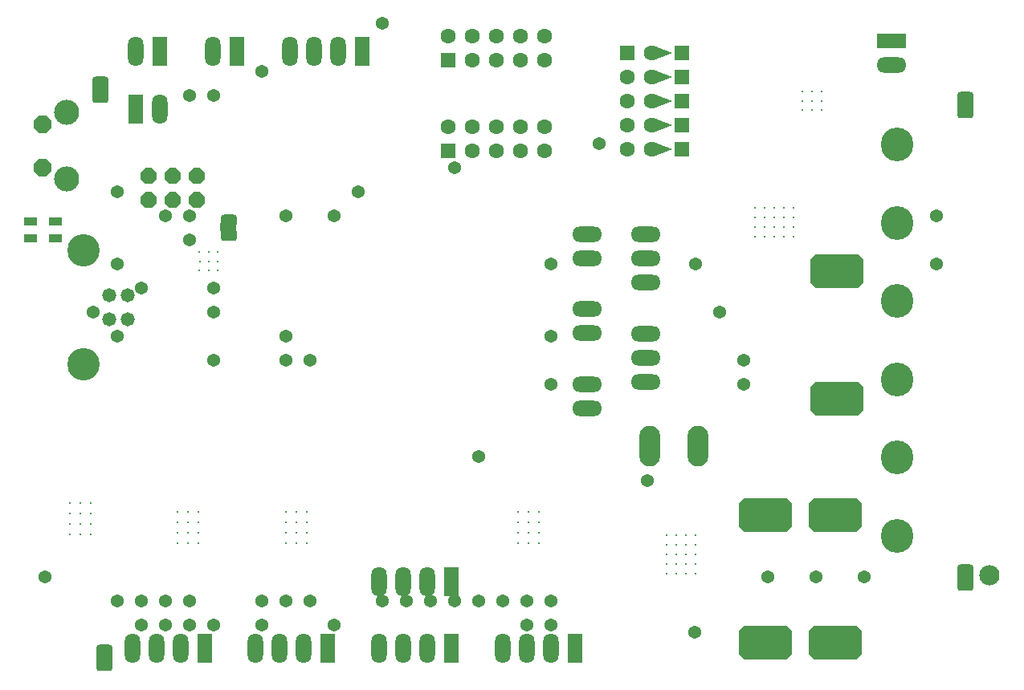
<source format=gbs>
G04 Layer_Color=16711935*
%FSLAX25Y25*%
%MOIN*%
G70*
G01*
G75*
%ADD142C,0.08400*%
%ADD243C,0.06305*%
G04:AMPARAMS|DCode=292|XSize=54mil|YSize=54mil|CornerRadius=27mil|HoleSize=0mil|Usage=FLASHONLY|Rotation=270.000|XOffset=0mil|YOffset=0mil|HoleType=Round|Shape=RoundedRectangle|*
%AMROUNDEDRECTD292*
21,1,0.05400,0.00000,0,0,270.0*
21,1,0.00000,0.05400,0,0,270.0*
1,1,0.05400,0.00000,0.00000*
1,1,0.05400,0.00000,0.00000*
1,1,0.05400,0.00000,0.00000*
1,1,0.05400,0.00000,0.00000*
%
%ADD292ROUNDEDRECTD292*%
G04:AMPARAMS|DCode=307|XSize=137mil|YSize=87mil|CornerRadius=0mil|HoleSize=0mil|Usage=FLASHONLY|Rotation=270.000|XOffset=0mil|YOffset=0mil|HoleType=Round|Shape=Octagon|*
%AMOCTAGOND307*
4,1,8,-0.02175,-0.06850,0.02175,-0.06850,0.04350,-0.04675,0.04350,0.04675,0.02175,0.06850,-0.02175,0.06850,-0.04350,0.04675,-0.04350,-0.04675,-0.02175,-0.06850,0.0*
%
%ADD307OCTAGOND307*%

%ADD308R,0.06400X0.12400*%
%ADD309O,0.06400X0.12400*%
%ADD310O,0.12400X0.06400*%
%ADD311R,0.12400X0.06400*%
%ADD312R,0.06305X0.06305*%
%ADD313C,0.06305*%
%ADD314O,0.13400X0.14000*%
%ADD315P,0.08010X8X292.5*%
%ADD316C,0.10400*%
%ADD317C,0.05800*%
%ADD318C,0.13450*%
%ADD319P,0.07144X8X22.5*%
%ADD320R,0.06305X0.06305*%
%ADD321O,0.08650X0.16900*%
%ADD323R,0.07045X0.03543*%
G04:AMPARAMS|DCode=324|XSize=54mil|YSize=54mil|CornerRadius=27mil|HoleSize=0mil|Usage=FLASHONLY|Rotation=0.000|XOffset=0mil|YOffset=0mil|HoleType=Round|Shape=RoundedRectangle|*
%AMROUNDEDRECTD324*
21,1,0.05400,0.00000,0,0,0.0*
21,1,0.00000,0.05400,0,0,0.0*
1,1,0.05400,0.00000,0.00000*
1,1,0.05400,0.00000,0.00000*
1,1,0.05400,0.00000,0.00000*
1,1,0.05400,0.00000,0.00000*
%
%ADD324ROUNDEDRECTD324*%
%ADD325R,0.05321X0.03747*%
G04:AMPARAMS|DCode=326|XSize=50mil|YSize=67mil|CornerRadius=13.5mil|HoleSize=0mil|Usage=FLASHONLY|Rotation=270.000|XOffset=0mil|YOffset=0mil|HoleType=Round|Shape=RoundedRectangle|*
%AMROUNDEDRECTD326*
21,1,0.05000,0.04000,0,0,270.0*
21,1,0.02300,0.06700,0,0,270.0*
1,1,0.02700,-0.02000,-0.01150*
1,1,0.02700,-0.02000,0.01150*
1,1,0.02700,0.02000,0.01150*
1,1,0.02700,0.02000,-0.01150*
%
%ADD326ROUNDEDRECTD326*%
%ADD327R,0.06305X0.06305*%
%ADD328C,0.01000*%
G36*
X226775Y-164625D02*
X217675D01*
Y-150725D01*
X226775D01*
Y-164625D01*
D02*
G37*
G36*
X256279Y-116365D02*
X247180D01*
Y-102465D01*
X256279D01*
Y-116365D01*
D02*
G37*
G36*
X255780Y-164665D02*
X246679D01*
Y-150765D01*
X255780D01*
Y-164665D01*
D02*
G37*
G36*
Y-217665D02*
X246679D01*
Y-203765D01*
X255780D01*
Y-217665D01*
D02*
G37*
G36*
X226775Y-217625D02*
X217675D01*
Y-203725D01*
X226775D01*
Y-217625D01*
D02*
G37*
G36*
X256279Y-63365D02*
X247180D01*
Y-49465D01*
X256279D01*
Y-63365D01*
D02*
G37*
G36*
X183643Y24346D02*
X175743Y21346D01*
X176943Y22546D01*
Y26146D01*
X175743Y27346D01*
X183643Y24346D01*
D02*
G37*
G36*
Y34346D02*
X175743Y31346D01*
X176943Y32546D01*
Y36146D01*
X175743Y37346D01*
X183643Y34346D01*
D02*
G37*
G36*
Y14346D02*
X175743Y11346D01*
X176943Y12546D01*
Y16146D01*
X175743Y17346D01*
X183643Y14346D01*
D02*
G37*
G36*
Y-5654D02*
X175743Y-8654D01*
X176943Y-7454D01*
Y-3854D01*
X175743Y-2654D01*
X183643Y-5654D01*
D02*
G37*
G36*
Y4346D02*
X175743Y1346D01*
X176943Y2546D01*
Y6146D01*
X175743Y7346D01*
X183643Y4346D01*
D02*
G37*
G54D142*
X315142Y-182674D02*
D03*
G54D243*
X174743Y34346D02*
D03*
Y24346D02*
D03*
Y14346D02*
D03*
Y4346D02*
D03*
Y-5654D02*
D03*
G54D292*
X103075Y-133225D02*
D03*
X-6925Y16775D02*
D03*
X-46925Y-53225D02*
D03*
X-36925Y-63225D02*
D03*
X-26925Y-193225D02*
D03*
X-46925D02*
D03*
X-36925D02*
D03*
X153075Y-3225D02*
D03*
X133075Y-103225D02*
D03*
X192775Y-206425D02*
D03*
X-76925Y-183225D02*
D03*
X33075Y-193225D02*
D03*
X13075D02*
D03*
X23075D02*
D03*
X-16925D02*
D03*
X93075D02*
D03*
X73075D02*
D03*
X83075D02*
D03*
X63075D02*
D03*
X133075D02*
D03*
X113075D02*
D03*
X123075D02*
D03*
X103075D02*
D03*
X193075Y-53225D02*
D03*
X203075Y-73225D02*
D03*
X213075Y-103225D02*
D03*
X133075Y-203225D02*
D03*
X43075D02*
D03*
X13075D02*
D03*
X-6925D02*
D03*
X-16925D02*
D03*
X-26925D02*
D03*
X-36925D02*
D03*
X123075D02*
D03*
X53075Y-23225D02*
D03*
G54D307*
X257975Y-210725D02*
D03*
X244575D02*
D03*
Y-157725D02*
D03*
X257975D02*
D03*
X245075Y-109425D02*
D03*
X258475D02*
D03*
Y-56425D02*
D03*
X245075D02*
D03*
X228970Y-210686D02*
D03*
X215570D02*
D03*
Y-157686D02*
D03*
X228970D02*
D03*
G54D308*
X-39200Y10900D02*
D03*
X-29200Y35000D02*
D03*
X91862Y-213000D02*
D03*
Y-185441D02*
D03*
X40681Y-213000D02*
D03*
X-10500D02*
D03*
X54695Y35043D02*
D03*
X2900Y35000D02*
D03*
X143083Y-212961D02*
D03*
G54D309*
X-29200Y10900D02*
D03*
X-39200Y35000D02*
D03*
X61862Y-213000D02*
D03*
X71862D02*
D03*
X81862D02*
D03*
Y-185441D02*
D03*
X71862D02*
D03*
X61862D02*
D03*
X10681Y-213000D02*
D03*
X20681D02*
D03*
X30681D02*
D03*
X-20500D02*
D03*
X-30500D02*
D03*
X-40500D02*
D03*
X24695Y35043D02*
D03*
X34695D02*
D03*
X44695D02*
D03*
X-7100Y35000D02*
D03*
X133083Y-212961D02*
D03*
X123083D02*
D03*
X113083D02*
D03*
G54D310*
X148114Y-72162D02*
D03*
Y-82162D02*
D03*
X274575Y29375D02*
D03*
X148114Y-41060D02*
D03*
Y-51060D02*
D03*
X172475Y-61125D02*
D03*
Y-51125D02*
D03*
Y-41125D02*
D03*
X148114Y-103265D02*
D03*
Y-113265D02*
D03*
X172375Y-102525D02*
D03*
Y-92525D02*
D03*
Y-82525D02*
D03*
G54D311*
X274575Y39375D02*
D03*
G54D312*
X90475Y-6325D02*
D03*
Y31175D02*
D03*
G54D313*
Y3675D02*
D03*
X100475Y-6325D02*
D03*
Y3675D02*
D03*
X110475Y-6325D02*
D03*
Y3675D02*
D03*
X120475Y-6325D02*
D03*
Y3675D02*
D03*
X130475Y-6325D02*
D03*
Y3675D02*
D03*
X164743Y-5654D02*
D03*
Y4346D02*
D03*
Y14346D02*
D03*
Y24346D02*
D03*
X90475Y41175D02*
D03*
X100475Y31175D02*
D03*
Y41175D02*
D03*
X110475Y31175D02*
D03*
Y41175D02*
D03*
X120475Y31175D02*
D03*
Y41175D02*
D03*
X130475Y31175D02*
D03*
Y41175D02*
D03*
G54D314*
X276775Y-166275D02*
D03*
Y-133775D02*
D03*
Y-101275D02*
D03*
Y-68775D02*
D03*
Y-36275D02*
D03*
Y-3775D02*
D03*
G54D315*
X-77652Y4572D02*
D03*
Y-13228D02*
D03*
G54D316*
X-67852Y9472D02*
D03*
Y-18128D02*
D03*
G54D317*
X-42341Y-76257D02*
D03*
Y-66335D02*
D03*
X-50241D02*
D03*
Y-76257D02*
D03*
G54D318*
X-60941Y-47635D02*
D03*
Y-94957D02*
D03*
G54D319*
X-33672Y-26769D02*
D03*
Y-16769D02*
D03*
X-23673Y-26769D02*
D03*
Y-16769D02*
D03*
X-13672Y-26769D02*
D03*
Y-16769D02*
D03*
G54D320*
X164743Y34346D02*
D03*
G54D321*
X174175Y-128925D02*
D03*
X194175D02*
D03*
G54D323*
X305222Y12598D02*
D03*
X-52178Y-216902D02*
D03*
X-53978Y19198D02*
D03*
X305294Y-183957D02*
D03*
X-684Y-38186D02*
D03*
G54D324*
X23075Y-93225D02*
D03*
X33075D02*
D03*
X23075Y-83225D02*
D03*
X-6925Y-63225D02*
D03*
Y-73225D02*
D03*
Y-93225D02*
D03*
X293075Y-33225D02*
D03*
X173075Y-143225D02*
D03*
X293075Y-53225D02*
D03*
X213075Y-93225D02*
D03*
X133075Y-83225D02*
D03*
Y-53225D02*
D03*
X23075Y-33225D02*
D03*
X93075Y-13225D02*
D03*
X43075Y-33225D02*
D03*
X-16925Y16775D02*
D03*
X13175Y26775D02*
D03*
X-16925Y-43225D02*
D03*
X-26925Y-33225D02*
D03*
X-46925Y-23225D02*
D03*
X-16925Y-33225D02*
D03*
X-46925Y-83225D02*
D03*
X-56925Y-73225D02*
D03*
X63075Y46775D02*
D03*
X223075Y-183225D02*
D03*
X243075D02*
D03*
X263075D02*
D03*
G54D325*
X-72500Y-42842D02*
D03*
Y-35558D02*
D03*
X-82700Y-42842D02*
D03*
Y-35558D02*
D03*
G54D326*
X305300Y9500D02*
D03*
Y15500D02*
D03*
X-52100Y-220000D02*
D03*
Y-214000D02*
D03*
X-53900Y16100D02*
D03*
Y22100D02*
D03*
X305217Y-186858D02*
D03*
Y-180858D02*
D03*
X-606Y-35284D02*
D03*
Y-41284D02*
D03*
G54D327*
X187543Y34346D02*
D03*
Y24346D02*
D03*
Y14346D02*
D03*
Y4346D02*
D03*
Y-5654D02*
D03*
G54D328*
X241543Y14432D02*
D03*
X237606D02*
D03*
Y18369D02*
D03*
X241543D02*
D03*
X245480D02*
D03*
Y14432D02*
D03*
Y10495D02*
D03*
X241543D02*
D03*
X237606D02*
D03*
X193156Y-170057D02*
D03*
Y-166058D02*
D03*
X189156D02*
D03*
Y-170057D02*
D03*
X185156D02*
D03*
Y-166058D02*
D03*
X181156D02*
D03*
Y-170057D02*
D03*
Y-178058D02*
D03*
Y-182057D02*
D03*
X185156D02*
D03*
Y-178058D02*
D03*
X189156D02*
D03*
Y-182057D02*
D03*
X193156D02*
D03*
Y-178058D02*
D03*
Y-174057D02*
D03*
X189156D02*
D03*
X181156D02*
D03*
X185156D02*
D03*
X225688Y-33948D02*
D03*
Y-29948D02*
D03*
Y-37948D02*
D03*
Y-41948D02*
D03*
X221688D02*
D03*
X217688D02*
D03*
Y-37948D02*
D03*
X221688D02*
D03*
Y-33948D02*
D03*
X217688D02*
D03*
Y-29948D02*
D03*
X221688D02*
D03*
X229688D02*
D03*
X233688D02*
D03*
Y-33948D02*
D03*
X229688D02*
D03*
Y-37948D02*
D03*
X233688D02*
D03*
Y-41948D02*
D03*
X229688D02*
D03*
X-8925Y-52225D02*
D03*
Y-48485D02*
D03*
X-12694Y-48449D02*
D03*
X-12646Y-52225D02*
D03*
X-12665Y-56064D02*
D03*
X-8925Y-55965D02*
D03*
X-5185D02*
D03*
Y-52225D02*
D03*
Y-48485D02*
D03*
X119644Y-156324D02*
D03*
X128305Y-169316D02*
D03*
X123975D02*
D03*
X119644D02*
D03*
X128305Y-164985D02*
D03*
X123975D02*
D03*
X119644D02*
D03*
X128305Y-160654D02*
D03*
X123975D02*
D03*
X119644D02*
D03*
X128305Y-156324D02*
D03*
X123975D02*
D03*
X23244D02*
D03*
X31905Y-169316D02*
D03*
X27575D02*
D03*
X23244D02*
D03*
X31905Y-164985D02*
D03*
X27575D02*
D03*
X23244D02*
D03*
X31905Y-160654D02*
D03*
X27575D02*
D03*
X23244D02*
D03*
X31905Y-156324D02*
D03*
X27575D02*
D03*
X-21756D02*
D03*
X-13094Y-169316D02*
D03*
X-17425D02*
D03*
X-21756D02*
D03*
X-13094Y-164985D02*
D03*
X-17425D02*
D03*
X-21756D02*
D03*
X-13094Y-160654D02*
D03*
X-17425D02*
D03*
X-21756D02*
D03*
X-13094Y-156324D02*
D03*
X-17425D02*
D03*
X-66494Y-152724D02*
D03*
X-57832Y-165716D02*
D03*
X-62163D02*
D03*
X-66494D02*
D03*
X-57832Y-161385D02*
D03*
X-62163D02*
D03*
X-66494D02*
D03*
X-57832Y-157054D02*
D03*
X-62163D02*
D03*
X-66494D02*
D03*
X-57832Y-152724D02*
D03*
X-62163D02*
D03*
M02*

</source>
